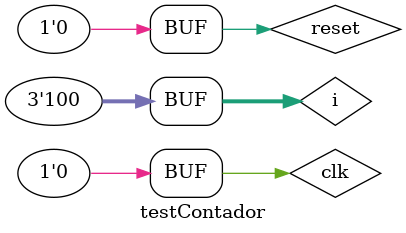
<source format=sv>
module testContador();
    logic clk;
    logic reset;
    logic [1:0] q;
    parameter n = 2;
    logic [n:0] i;

    contador cont1(clk, reset, q);

    initial begin
        clk = 0; reset = 1; #10
        for(i = 0; i < 2**n; i = i + 1) begin
            clk = 1; reset = 0; #10;
            clk = 0; reset = 0; #10;
        end
    end
endmodule
</source>
